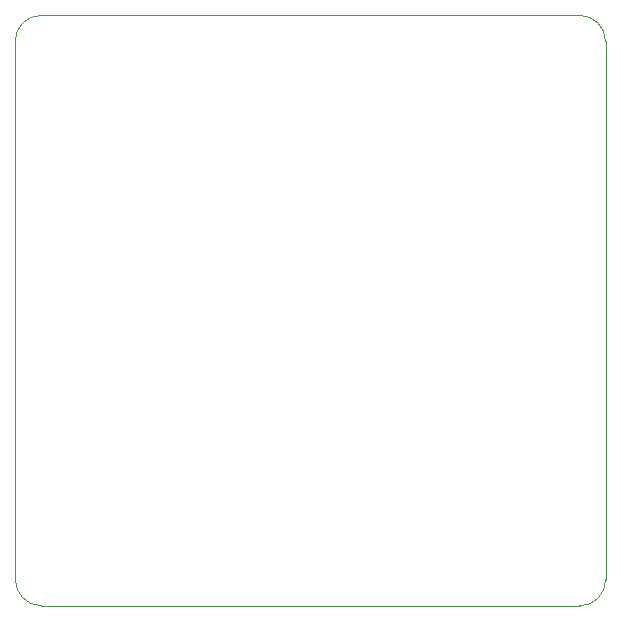
<source format=gbr>
G04 #@! TF.GenerationSoftware,KiCad,Pcbnew,(5.1.4)-1*
G04 #@! TF.CreationDate,2023-02-07T01:37:13+01:00*
G04 #@! TF.ProjectId,test,74657374-2e6b-4696-9361-645f70636258,1.0*
G04 #@! TF.SameCoordinates,Original*
G04 #@! TF.FileFunction,Profile,NP*
%FSLAX46Y46*%
G04 Gerber Fmt 4.6, Leading zero omitted, Abs format (unit mm)*
G04 Created by KiCad (PCBNEW (5.1.4)-1) date 2023-02-07 01:37:13*
%MOMM*%
%LPD*%
G04 APERTURE LIST*
%ADD10C,0.050000*%
G04 APERTURE END LIST*
D10*
X209382000Y-52260500D02*
G75*
G02X211582000Y-54460500I0J-2200000D01*
G01*
X211582000Y-100060500D02*
G75*
G02X209382000Y-102260500I-2200000J0D01*
G01*
X163807500Y-102235000D02*
G75*
G02X161607500Y-100035000I0J2200000D01*
G01*
X161588500Y-54460500D02*
G75*
G02X163788500Y-52260500I2200000J0D01*
G01*
X209382000Y-102260500D02*
X163807500Y-102235000D01*
X211582000Y-54460500D02*
X211582000Y-100060500D01*
X163788500Y-52260500D02*
X209382000Y-52260500D01*
X161607500Y-100035000D02*
X161588500Y-54460500D01*
M02*

</source>
